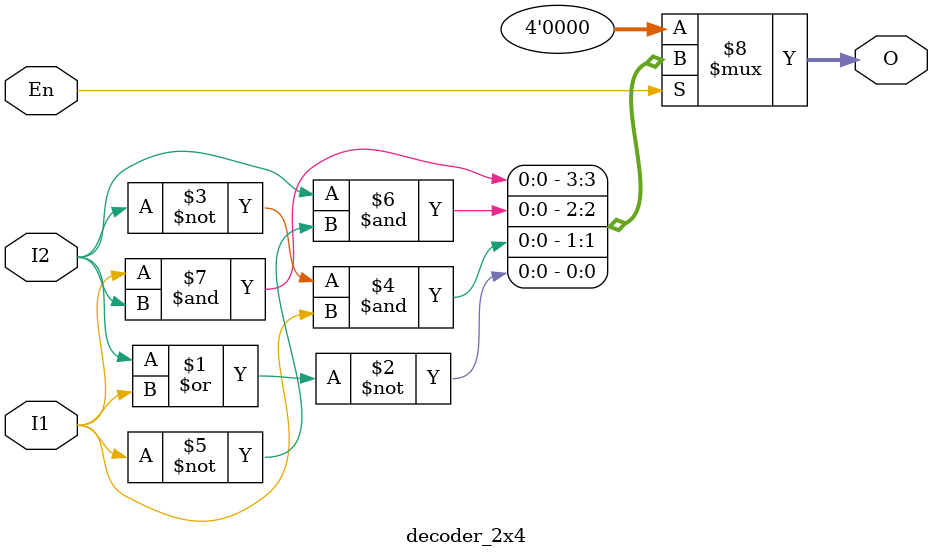
<source format=v>
module decoder_2x4 ( 
  // inputs 
  input I1,
  input I2,
  input En,
  // outputs 
  output [3:0] O
  ); 
 assign O = En ? { (I1&I2), (I2& ~I1),(~I2&I1), ~(I2|I1) } : 4'b0000 ;
endmodule 

</source>
